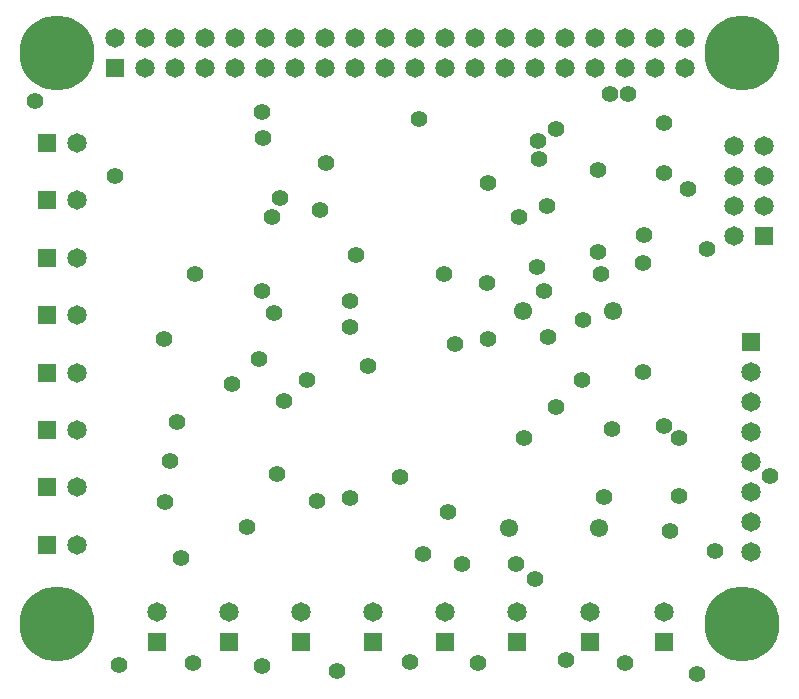
<source format=gbr>
G04*
G04 #@! TF.GenerationSoftware,Altium Limited,Altium Designer,23.2.1 (34)*
G04*
G04 Layer_Color=16711935*
%FSLAX25Y25*%
%MOIN*%
G70*
G04*
G04 #@! TF.SameCoordinates,168D8CC4-6B96-4916-8BE8-BBD7D9E71175*
G04*
G04*
G04 #@! TF.FilePolarity,Negative*
G04*
G01*
G75*
%ADD50C,0.06496*%
%ADD51C,0.06496*%
%ADD52R,0.06496X0.06496*%
%ADD53R,0.06496X0.06496*%
%ADD54R,0.06496X0.06496*%
%ADD55C,0.25000*%
%ADD56C,0.06102*%
%ADD57C,0.05591*%
D50*
X244000Y224500D02*
D03*
Y194500D02*
D03*
X254000Y204500D02*
D03*
X244000D02*
D03*
X254000Y214500D02*
D03*
X244000D02*
D03*
X254000Y224500D02*
D03*
D51*
X227573Y250320D02*
D03*
X177573Y260320D02*
D03*
X197573D02*
D03*
X157573Y250320D02*
D03*
X127573Y260320D02*
D03*
X97573D02*
D03*
X57573D02*
D03*
X77573Y250320D02*
D03*
X37573Y260320D02*
D03*
X47573Y250320D02*
D03*
Y260320D02*
D03*
X57573Y250320D02*
D03*
X67573D02*
D03*
Y260320D02*
D03*
X77573D02*
D03*
X87573Y250320D02*
D03*
Y260320D02*
D03*
X97573Y250320D02*
D03*
X107573D02*
D03*
Y260320D02*
D03*
X117573Y250320D02*
D03*
Y260320D02*
D03*
X127573Y250320D02*
D03*
X137573D02*
D03*
Y260320D02*
D03*
X147573Y250320D02*
D03*
Y260320D02*
D03*
X157573D02*
D03*
X167573Y250320D02*
D03*
Y260320D02*
D03*
X177573Y250320D02*
D03*
X187573D02*
D03*
Y260320D02*
D03*
X197573Y250320D02*
D03*
X207573D02*
D03*
Y260320D02*
D03*
X217573Y250320D02*
D03*
Y260320D02*
D03*
X227573D02*
D03*
X249500Y89000D02*
D03*
Y99000D02*
D03*
Y109000D02*
D03*
Y119000D02*
D03*
Y129000D02*
D03*
Y139000D02*
D03*
Y149000D02*
D03*
X171575Y68988D02*
D03*
X99650D02*
D03*
X51500D02*
D03*
X25071Y91551D02*
D03*
Y110694D02*
D03*
Y187265D02*
D03*
X220500Y68988D02*
D03*
X196075D02*
D03*
X147650D02*
D03*
X123650D02*
D03*
X75500D02*
D03*
X25071Y129836D02*
D03*
Y148979D02*
D03*
Y206408D02*
D03*
Y225551D02*
D03*
Y168122D02*
D03*
D52*
X15071Y206408D02*
D03*
Y187265D02*
D03*
Y225551D02*
D03*
Y168122D02*
D03*
Y110694D02*
D03*
Y148979D02*
D03*
Y129836D02*
D03*
Y91551D02*
D03*
X37573Y250320D02*
D03*
D53*
X249500Y159000D02*
D03*
X171575Y58988D02*
D03*
X99650D02*
D03*
X51500D02*
D03*
X220500D02*
D03*
X196075D02*
D03*
X147650D02*
D03*
X123650D02*
D03*
X75500D02*
D03*
D54*
X254000Y194500D02*
D03*
D55*
X18400Y255320D02*
D03*
X246746D02*
D03*
X246500Y65051D02*
D03*
X18154D02*
D03*
D56*
X169110Y97051D02*
D03*
X199110D02*
D03*
X173500Y169500D02*
D03*
X203500D02*
D03*
D57*
X111500Y49500D02*
D03*
X213500Y185500D02*
D03*
X220500Y215500D02*
D03*
X235035Y190091D02*
D03*
X101500Y146500D02*
D03*
X76500Y145000D02*
D03*
X87000Y227000D02*
D03*
X222500Y96000D02*
D03*
X139000Y233500D02*
D03*
X105000Y106000D02*
D03*
X237500Y89500D02*
D03*
X91500Y115000D02*
D03*
X94000Y139500D02*
D03*
X179000Y220000D02*
D03*
X228500Y210000D02*
D03*
X90002Y200800D02*
D03*
X54000Y160000D02*
D03*
X182051Y160905D02*
D03*
X85547Y153441D02*
D03*
X162000Y160000D02*
D03*
X181772Y204500D02*
D03*
X37600Y214500D02*
D03*
X11000Y239600D02*
D03*
X162000Y212000D02*
D03*
X54169Y105980D02*
D03*
X81571Y97598D02*
D03*
X58208Y132480D02*
D03*
X86571Y176169D02*
D03*
X220500Y131122D02*
D03*
X184500Y230181D02*
D03*
X178685Y226000D02*
D03*
X86679Y235779D02*
D03*
X208600Y241800D02*
D03*
X214000Y194800D02*
D03*
X220500Y232000D02*
D03*
X122000Y151161D02*
D03*
X225500Y107700D02*
D03*
Y127100D02*
D03*
X177720Y80000D02*
D03*
X256000Y114500D02*
D03*
X151100Y158600D02*
D03*
X188000Y53000D02*
D03*
X158500Y52000D02*
D03*
X86500Y51000D02*
D03*
X136000Y52500D02*
D03*
X193500Y166500D02*
D03*
X199500Y181900D02*
D03*
X213500Y149206D02*
D03*
X90600Y168900D02*
D03*
X92800Y207100D02*
D03*
X56000Y119500D02*
D03*
X59500Y87300D02*
D03*
X140300Y88400D02*
D03*
X148500Y102400D02*
D03*
X207500Y52000D02*
D03*
X172400Y200800D02*
D03*
X64300Y181800D02*
D03*
X116100Y107300D02*
D03*
Y164000D02*
D03*
X39000Y51500D02*
D03*
X63500Y52000D02*
D03*
X231500Y48500D02*
D03*
X108000Y218716D02*
D03*
X106100Y203100D02*
D03*
X153200Y85039D02*
D03*
X132500Y114000D02*
D03*
X171400Y85039D02*
D03*
X174100Y127100D02*
D03*
X184500Y137600D02*
D03*
X193400Y146500D02*
D03*
X147200Y181900D02*
D03*
X161500Y178800D02*
D03*
X178200Y184000D02*
D03*
X180600Y176000D02*
D03*
X118100Y188300D02*
D03*
X116100Y172700D02*
D03*
X198522Y216322D02*
D03*
X198700Y189100D02*
D03*
X200640Y107623D02*
D03*
X203200Y130300D02*
D03*
X202600Y241900D02*
D03*
M02*

</source>
